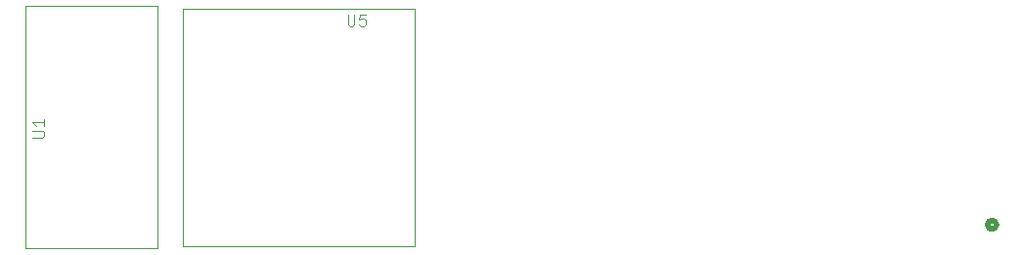
<source format=gto>
%TF.GenerationSoftware,KiCad,Pcbnew,8.0.8*%
%TF.CreationDate,2025-02-02T16:15:29+09:00*%
%TF.ProjectId,PCB,5043422e-6b69-4636-9164-5f7063625858,rev?*%
%TF.SameCoordinates,Original*%
%TF.FileFunction,Legend,Top*%
%TF.FilePolarity,Positive*%
%FSLAX46Y46*%
G04 Gerber Fmt 4.6, Leading zero omitted, Abs format (unit mm)*
G04 Created by KiCad (PCBNEW 8.0.8) date 2025-02-02 16:15:29*
%MOMM*%
%LPD*%
G01*
G04 APERTURE LIST*
%ADD10C,0.100000*%
%ADD11C,0.508000*%
G04 APERTURE END LIST*
D10*
X89957419Y-58761904D02*
X90766942Y-58761904D01*
X90766942Y-58761904D02*
X90862180Y-58714285D01*
X90862180Y-58714285D02*
X90909800Y-58666666D01*
X90909800Y-58666666D02*
X90957419Y-58571428D01*
X90957419Y-58571428D02*
X90957419Y-58380952D01*
X90957419Y-58380952D02*
X90909800Y-58285714D01*
X90909800Y-58285714D02*
X90862180Y-58238095D01*
X90862180Y-58238095D02*
X90766942Y-58190476D01*
X90766942Y-58190476D02*
X89957419Y-58190476D01*
X90957419Y-57190476D02*
X90957419Y-57761904D01*
X90957419Y-57476190D02*
X89957419Y-57476190D01*
X89957419Y-57476190D02*
X90100276Y-57571428D01*
X90100276Y-57571428D02*
X90195514Y-57666666D01*
X90195514Y-57666666D02*
X90243133Y-57761904D01*
X117238095Y-48107419D02*
X117238095Y-48916942D01*
X117238095Y-48916942D02*
X117285714Y-49012180D01*
X117285714Y-49012180D02*
X117333333Y-49059800D01*
X117333333Y-49059800D02*
X117428571Y-49107419D01*
X117428571Y-49107419D02*
X117619047Y-49107419D01*
X117619047Y-49107419D02*
X117714285Y-49059800D01*
X117714285Y-49059800D02*
X117761904Y-49012180D01*
X117761904Y-49012180D02*
X117809523Y-48916942D01*
X117809523Y-48916942D02*
X117809523Y-48107419D01*
X118761904Y-48107419D02*
X118285714Y-48107419D01*
X118285714Y-48107419D02*
X118238095Y-48583609D01*
X118238095Y-48583609D02*
X118285714Y-48535990D01*
X118285714Y-48535990D02*
X118380952Y-48488371D01*
X118380952Y-48488371D02*
X118619047Y-48488371D01*
X118619047Y-48488371D02*
X118714285Y-48535990D01*
X118714285Y-48535990D02*
X118761904Y-48583609D01*
X118761904Y-48583609D02*
X118809523Y-48678847D01*
X118809523Y-48678847D02*
X118809523Y-48916942D01*
X118809523Y-48916942D02*
X118761904Y-49012180D01*
X118761904Y-49012180D02*
X118714285Y-49059800D01*
X118714285Y-49059800D02*
X118619047Y-49107419D01*
X118619047Y-49107419D02*
X118380952Y-49107419D01*
X118380952Y-49107419D02*
X118285714Y-49059800D01*
X118285714Y-49059800D02*
X118238095Y-49012180D01*
%TO.C,U1*%
X89285000Y-47380000D02*
X100715000Y-47380000D01*
X89285000Y-68380000D02*
X89285000Y-47380000D01*
X100715000Y-68380000D02*
X89285000Y-68380000D01*
X100715000Y-68380000D02*
X100715000Y-47380000D01*
%TO.C,U5*%
X102990000Y-68205000D02*
X102990000Y-47595000D01*
X102990000Y-68205000D02*
X123010000Y-68205000D01*
X123010000Y-47595000D02*
X102990000Y-47595000D01*
X123010000Y-68205000D02*
X123010000Y-47595000D01*
D11*
%TO.C,U2*%
X173381000Y-66337999D02*
G75*
G02*
X172619000Y-66337999I-381000J0D01*
G01*
X172619000Y-66337999D02*
G75*
G02*
X173381000Y-66337999I381000J0D01*
G01*
%TD*%
M02*

</source>
